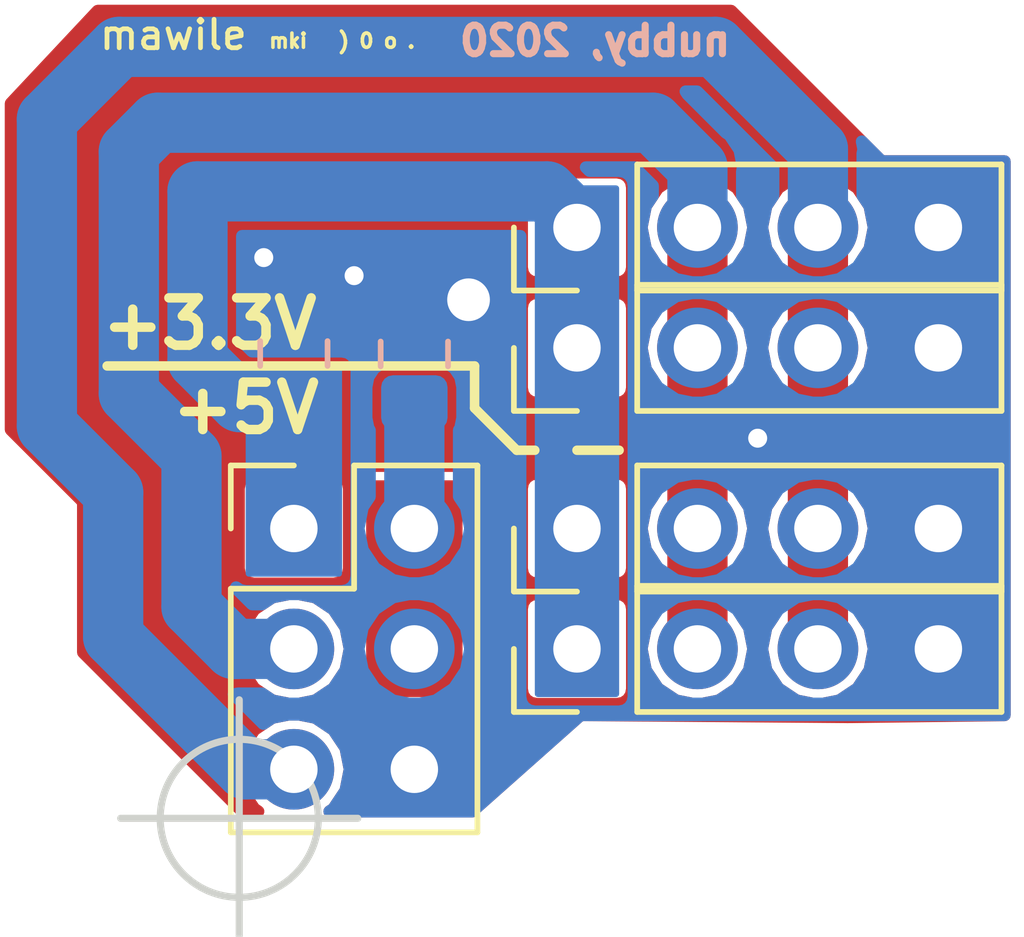
<source format=kicad_pcb>
(kicad_pcb (version 20171130) (host pcbnew 5.0.2+dfsg1-1)

  (general
    (thickness 1.6)
    (drawings 23)
    (tracks 34)
    (zones 0)
    (modules 7)
    (nets 6)
  )

  (page A4)
  (layers
    (0 F.Cu signal)
    (31 B.Cu signal)
    (32 B.Adhes user)
    (33 F.Adhes user)
    (34 B.Paste user)
    (35 F.Paste user)
    (36 B.SilkS user)
    (37 F.SilkS user)
    (38 B.Mask user)
    (39 F.Mask user)
    (40 Dwgs.User user)
    (41 Cmts.User user)
    (42 Eco1.User user)
    (43 Eco2.User user)
    (44 Edge.Cuts user)
    (45 Margin user)
    (46 B.CrtYd user)
    (47 F.CrtYd user)
    (48 B.Fab user)
    (49 F.Fab user)
  )

  (setup
    (last_trace_width 2.54)
    (user_trace_width 1.27)
    (user_trace_width 2.54)
    (user_trace_width 5.08)
    (user_trace_width 12.7)
    (trace_clearance 0.1778)
    (zone_clearance 0.127)
    (zone_45_only no)
    (trace_min 0.127)
    (segment_width 0.2)
    (edge_width 0.15)
    (via_size 0.6)
    (via_drill 0.4)
    (via_min_size 0.381)
    (via_min_drill 0.254)
    (uvia_size 0.3)
    (uvia_drill 0.1)
    (uvias_allowed no)
    (uvia_min_size 0.2)
    (uvia_min_drill 0.1)
    (pcb_text_width 0.3)
    (pcb_text_size 1.5 1.5)
    (mod_edge_width 0.15)
    (mod_text_size 1 1)
    (mod_text_width 0.15)
    (pad_size 1.7 1.7)
    (pad_drill 1)
    (pad_to_mask_clearance 0.2)
    (solder_mask_min_width 0.25)
    (aux_axis_origin 80.01 160.909)
    (grid_origin 80.01 160.909)
    (visible_elements 7FFFFF7F)
    (pcbplotparams
      (layerselection 0x02030_ffffffff)
      (usegerberextensions false)
      (usegerberattributes false)
      (usegerberadvancedattributes false)
      (creategerberjobfile false)
      (excludeedgelayer true)
      (linewidth 0.100000)
      (plotframeref false)
      (viasonmask false)
      (mode 1)
      (useauxorigin true)
      (hpglpennumber 1)
      (hpglpenspeed 20)
      (hpglpendiameter 15.000000)
      (psnegative false)
      (psa4output false)
      (plotreference true)
      (plotvalue true)
      (plotinvisibletext false)
      (padsonsilk false)
      (subtractmaskfromsilk false)
      (outputformat 1)
      (mirror false)
      (drillshape 0)
      (scaleselection 1)
      (outputdirectory ""))
  )

  (net 0 "")
  (net 1 +3V3)
  (net 2 +5V)
  (net 3 /SDA_Pi)
  (net 4 /SCL_Pi)
  (net 5 GNDD)

  (net_class Default "This is the default net class."
    (clearance 0.1778)
    (trace_width 0.254)
    (via_dia 0.6)
    (via_drill 0.4)
    (uvia_dia 0.3)
    (uvia_drill 0.1)
    (add_net +3V3)
    (add_net +5V)
    (add_net /SCL_Pi)
    (add_net /SDA_Pi)
    (add_net GNDD)
  )

  (module Connector_PinHeader_2.54mm:PinHeader_1x04_P2.54mm_Vertical (layer F.Cu) (tedit 5F126098) (tstamp 5F1253FD)
    (at 87.122 157.353 90)
    (descr "Through hole straight pin header, 1x04, 2.54mm pitch, single row")
    (tags "Through hole pin header THT 1x04 2.54mm single row")
    (path /5F008D6B)
    (fp_text reference J5 (at 7.62 -3.175 90) (layer F.SilkS) hide
      (effects (font (size 1 1) (thickness 0.15)))
    )
    (fp_text value I2C_O3 (at 0 9.95 90) (layer F.Fab) hide
      (effects (font (size 1 1) (thickness 0.15)))
    )
    (fp_text user %R (at 0 3.81 180) (layer F.Fab)
      (effects (font (size 1 1) (thickness 0.15)))
    )
    (fp_line (start 1.8 -1.8) (end -1.8 -1.8) (layer F.CrtYd) (width 0.05))
    (fp_line (start 1.8 9.4) (end 1.8 -1.8) (layer F.CrtYd) (width 0.05))
    (fp_line (start -1.8 9.4) (end 1.8 9.4) (layer F.CrtYd) (width 0.05))
    (fp_line (start -1.8 -1.8) (end -1.8 9.4) (layer F.CrtYd) (width 0.05))
    (fp_line (start -1.33 -1.33) (end 0 -1.33) (layer F.SilkS) (width 0.12))
    (fp_line (start -1.33 0) (end -1.33 -1.33) (layer F.SilkS) (width 0.12))
    (fp_line (start -1.33 1.27) (end 1.33 1.27) (layer F.SilkS) (width 0.12))
    (fp_line (start 1.33 1.27) (end 1.33 8.95) (layer F.SilkS) (width 0.12))
    (fp_line (start -1.33 1.27) (end -1.33 8.95) (layer F.SilkS) (width 0.12))
    (fp_line (start -1.33 8.95) (end 1.33 8.95) (layer F.SilkS) (width 0.12))
    (fp_line (start -1.27 -0.635) (end -0.635 -1.27) (layer F.Fab) (width 0.1))
    (fp_line (start -1.27 8.89) (end -1.27 -0.635) (layer F.Fab) (width 0.1))
    (fp_line (start 1.27 8.89) (end -1.27 8.89) (layer F.Fab) (width 0.1))
    (fp_line (start 1.27 -1.27) (end 1.27 8.89) (layer F.Fab) (width 0.1))
    (fp_line (start -0.635 -1.27) (end 1.27 -1.27) (layer F.Fab) (width 0.1))
    (pad 4 thru_hole oval (at 0 7.62 90) (size 1.7 1.7) (drill 1) (layers *.Cu *.Mask)
      (net 5 GNDD) (zone_connect 2))
    (pad 3 thru_hole oval (at 0 5.08 90) (size 1.7 1.7) (drill 1) (layers *.Cu *.Mask)
      (net 4 /SCL_Pi))
    (pad 2 thru_hole oval (at 0 2.54 90) (size 1.7 1.7) (drill 1) (layers *.Cu *.Mask)
      (net 3 /SDA_Pi))
    (pad 1 thru_hole rect (at 0 0 90) (size 1.7 1.7) (drill 1) (layers *.Cu *.Mask)
      (net 1 +3V3) (solder_mask_margin 0.127) (clearance 0.127) (zone_connect 2))
    (model ${KISYS3DMOD}/Connector_PinHeader_2.54mm.3dshapes/PinHeader_1x04_P2.54mm_Vertical.wrl
      (at (xyz 0 0 0))
      (scale (xyz 1 1 1))
      (rotate (xyz 0 0 0))
    )
  )

  (module Connector_PinHeader_2.54mm:PinHeader_1x04_P2.54mm_Vertical (layer F.Cu) (tedit 5F12608D) (tstamp 5F124B9A)
    (at 87.122 154.813 90)
    (descr "Through hole straight pin header, 1x04, 2.54mm pitch, single row")
    (tags "Through hole pin header THT 1x04 2.54mm single row")
    (path /5F008C01)
    (fp_text reference J4 (at 5.08 -3.175 90) (layer F.SilkS) hide
      (effects (font (size 1 1) (thickness 0.15)))
    )
    (fp_text value I2C_O2 (at 0 9.95 90) (layer F.Fab) hide
      (effects (font (size 1 1) (thickness 0.15)))
    )
    (fp_line (start -0.635 -1.27) (end 1.27 -1.27) (layer F.Fab) (width 0.1))
    (fp_line (start 1.27 -1.27) (end 1.27 8.89) (layer F.Fab) (width 0.1))
    (fp_line (start 1.27 8.89) (end -1.27 8.89) (layer F.Fab) (width 0.1))
    (fp_line (start -1.27 8.89) (end -1.27 -0.635) (layer F.Fab) (width 0.1))
    (fp_line (start -1.27 -0.635) (end -0.635 -1.27) (layer F.Fab) (width 0.1))
    (fp_line (start -1.33 8.95) (end 1.33 8.95) (layer F.SilkS) (width 0.12))
    (fp_line (start -1.33 1.27) (end -1.33 8.95) (layer F.SilkS) (width 0.12))
    (fp_line (start 1.33 1.27) (end 1.33 8.95) (layer F.SilkS) (width 0.12))
    (fp_line (start -1.33 1.27) (end 1.33 1.27) (layer F.SilkS) (width 0.12))
    (fp_line (start -1.33 0) (end -1.33 -1.33) (layer F.SilkS) (width 0.12))
    (fp_line (start -1.33 -1.33) (end 0 -1.33) (layer F.SilkS) (width 0.12))
    (fp_line (start -1.8 -1.8) (end -1.8 9.4) (layer F.CrtYd) (width 0.05))
    (fp_line (start -1.8 9.4) (end 1.8 9.4) (layer F.CrtYd) (width 0.05))
    (fp_line (start 1.8 9.4) (end 1.8 -1.8) (layer F.CrtYd) (width 0.05))
    (fp_line (start 1.8 -1.8) (end -1.8 -1.8) (layer F.CrtYd) (width 0.05))
    (fp_text user %R (at 0 3.81 180) (layer F.Fab)
      (effects (font (size 1 1) (thickness 0.15)))
    )
    (pad 1 thru_hole rect (at 0 0 90) (size 1.7 1.7) (drill 1) (layers *.Cu *.Mask)
      (net 1 +3V3) (solder_mask_margin 0.127) (clearance 0.127) (zone_connect 2))
    (pad 2 thru_hole oval (at 0 2.54 90) (size 1.7 1.7) (drill 1) (layers *.Cu *.Mask)
      (net 3 /SDA_Pi))
    (pad 3 thru_hole oval (at 0 5.08 90) (size 1.7 1.7) (drill 1) (layers *.Cu *.Mask)
      (net 4 /SCL_Pi))
    (pad 4 thru_hole oval (at 0 7.62 90) (size 1.7 1.7) (drill 1) (layers *.Cu *.Mask)
      (net 5 GNDD) (zone_connect 2))
    (model ${KISYS3DMOD}/Connector_PinHeader_2.54mm.3dshapes/PinHeader_1x04_P2.54mm_Vertical.wrl
      (at (xyz 0 0 0))
      (scale (xyz 1 1 1))
      (rotate (xyz 0 0 0))
    )
  )

  (module Connector_PinHeader_2.54mm:PinHeader_1x04_P2.54mm_Vertical (layer F.Cu) (tedit 5F1242A6) (tstamp 5F124AFE)
    (at 87.122 148.463 90)
    (descr "Through hole straight pin header, 1x04, 2.54mm pitch, single row")
    (tags "Through hole pin header THT 1x04 2.54mm single row")
    (path /5F008AF4)
    (fp_text reference J3 (at 2.54 -3.175 90) (layer F.SilkS) hide
      (effects (font (size 1 1) (thickness 0.15)))
    )
    (fp_text value I2C_O1 (at 0 9.95 90) (layer F.Fab) hide
      (effects (font (size 1 1) (thickness 0.15)))
    )
    (fp_text user %R (at 0 3.81 180) (layer F.Fab)
      (effects (font (size 1 1) (thickness 0.15)))
    )
    (fp_line (start 1.8 -1.8) (end -1.8 -1.8) (layer F.CrtYd) (width 0.05))
    (fp_line (start 1.8 9.4) (end 1.8 -1.8) (layer F.CrtYd) (width 0.05))
    (fp_line (start -1.8 9.4) (end 1.8 9.4) (layer F.CrtYd) (width 0.05))
    (fp_line (start -1.8 -1.8) (end -1.8 9.4) (layer F.CrtYd) (width 0.05))
    (fp_line (start -1.33 -1.33) (end 0 -1.33) (layer F.SilkS) (width 0.12))
    (fp_line (start -1.33 0) (end -1.33 -1.33) (layer F.SilkS) (width 0.12))
    (fp_line (start -1.33 1.27) (end 1.33 1.27) (layer F.SilkS) (width 0.12))
    (fp_line (start 1.33 1.27) (end 1.33 8.95) (layer F.SilkS) (width 0.12))
    (fp_line (start -1.33 1.27) (end -1.33 8.95) (layer F.SilkS) (width 0.12))
    (fp_line (start -1.33 8.95) (end 1.33 8.95) (layer F.SilkS) (width 0.12))
    (fp_line (start -1.27 -0.635) (end -0.635 -1.27) (layer F.Fab) (width 0.1))
    (fp_line (start -1.27 8.89) (end -1.27 -0.635) (layer F.Fab) (width 0.1))
    (fp_line (start 1.27 8.89) (end -1.27 8.89) (layer F.Fab) (width 0.1))
    (fp_line (start 1.27 -1.27) (end 1.27 8.89) (layer F.Fab) (width 0.1))
    (fp_line (start -0.635 -1.27) (end 1.27 -1.27) (layer F.Fab) (width 0.1))
    (pad 4 thru_hole oval (at 0 7.62 90) (size 1.7 1.7) (drill 1) (layers *.Cu *.Mask)
      (net 5 GNDD) (zone_connect 2))
    (pad 3 thru_hole oval (at 0 5.08 90) (size 1.7 1.7) (drill 1) (layers *.Cu *.Mask)
      (net 4 /SCL_Pi))
    (pad 2 thru_hole oval (at 0 2.54 90) (size 1.7 1.7) (drill 1) (layers *.Cu *.Mask)
      (net 3 /SDA_Pi))
    (pad 1 thru_hole rect (at 0 0 90) (size 1.7 1.7) (drill 1) (layers *.Cu *.Mask)
      (net 1 +3V3))
    (model ${KISYS3DMOD}/Connector_PinHeader_2.54mm.3dshapes/PinHeader_1x04_P2.54mm_Vertical.wrl
      (at (xyz 0 0 0))
      (scale (xyz 1 1 1))
      (rotate (xyz 0 0 0))
    )
  )

  (module Connector_PinHeader_2.54mm:PinHeader_1x04_P2.54mm_Vertical (layer F.Cu) (tedit 5F1242A0) (tstamp 5F124AB9)
    (at 87.122 151.003 90)
    (descr "Through hole straight pin header, 1x04, 2.54mm pitch, single row")
    (tags "Through hole pin header THT 1x04 2.54mm single row")
    (path /5F008520)
    (fp_text reference J2 (at 0 -3.175 90) (layer F.SilkS) hide
      (effects (font (size 1 1) (thickness 0.15)))
    )
    (fp_text value I2C_O0 (at 0 9.95 90) (layer F.Fab) hide
      (effects (font (size 1 1) (thickness 0.15)))
    )
    (fp_line (start -0.635 -1.27) (end 1.27 -1.27) (layer F.Fab) (width 0.1))
    (fp_line (start 1.27 -1.27) (end 1.27 8.89) (layer F.Fab) (width 0.1))
    (fp_line (start 1.27 8.89) (end -1.27 8.89) (layer F.Fab) (width 0.1))
    (fp_line (start -1.27 8.89) (end -1.27 -0.635) (layer F.Fab) (width 0.1))
    (fp_line (start -1.27 -0.635) (end -0.635 -1.27) (layer F.Fab) (width 0.1))
    (fp_line (start -1.33 8.95) (end 1.33 8.95) (layer F.SilkS) (width 0.12))
    (fp_line (start -1.33 1.27) (end -1.33 8.95) (layer F.SilkS) (width 0.12))
    (fp_line (start 1.33 1.27) (end 1.33 8.95) (layer F.SilkS) (width 0.12))
    (fp_line (start -1.33 1.27) (end 1.33 1.27) (layer F.SilkS) (width 0.12))
    (fp_line (start -1.33 0) (end -1.33 -1.33) (layer F.SilkS) (width 0.12))
    (fp_line (start -1.33 -1.33) (end 0 -1.33) (layer F.SilkS) (width 0.12))
    (fp_line (start -1.8 -1.8) (end -1.8 9.4) (layer F.CrtYd) (width 0.05))
    (fp_line (start -1.8 9.4) (end 1.8 9.4) (layer F.CrtYd) (width 0.05))
    (fp_line (start 1.8 9.4) (end 1.8 -1.8) (layer F.CrtYd) (width 0.05))
    (fp_line (start 1.8 -1.8) (end -1.8 -1.8) (layer F.CrtYd) (width 0.05))
    (fp_text user %R (at 0 3.81 180) (layer F.Fab)
      (effects (font (size 1 1) (thickness 0.15)))
    )
    (pad 1 thru_hole rect (at 0 0 90) (size 1.7 1.7) (drill 1) (layers *.Cu *.Mask)
      (net 1 +3V3))
    (pad 2 thru_hole oval (at 0 2.54 90) (size 1.7 1.7) (drill 1) (layers *.Cu *.Mask)
      (net 3 /SDA_Pi))
    (pad 3 thru_hole oval (at 0 5.08 90) (size 1.7 1.7) (drill 1) (layers *.Cu *.Mask)
      (net 4 /SCL_Pi))
    (pad 4 thru_hole oval (at 0 7.62 90) (size 1.7 1.7) (drill 1) (layers *.Cu *.Mask)
      (net 5 GNDD) (zone_connect 2))
    (model ${KISYS3DMOD}/Connector_PinHeader_2.54mm.3dshapes/PinHeader_1x04_P2.54mm_Vertical.wrl
      (at (xyz 0 0 0))
      (scale (xyz 1 1 1))
      (rotate (xyz 0 0 0))
    )
  )

  (module Connector_PinHeader_2.54mm:PinHeader_2x03_P2.54mm_Vertical (layer F.Cu) (tedit 5F125F57) (tstamp 5F124A6C)
    (at 81.153 154.813)
    (descr "Through hole straight pin header, 2x03, 2.54mm pitch, double rows")
    (tags "Through hole pin header THT 2x03 2.54mm double row")
    (path /5EFD611F)
    (solder_mask_margin 0.127)
    (solder_paste_margin -0.127)
    (clearance 0.127)
    (fp_text reference J1 (at -2.54 -3.175) (layer F.SilkS) hide
      (effects (font (size 1 1) (thickness 0.15)))
    )
    (fp_text value Pi/O_I2C (at 1.27 7.41) (layer F.Fab) hide
      (effects (font (size 1 1) (thickness 0.15)))
    )
    (fp_line (start 0 -1.27) (end 3.81 -1.27) (layer F.Fab) (width 0.1))
    (fp_line (start 3.81 -1.27) (end 3.81 6.35) (layer F.Fab) (width 0.1))
    (fp_line (start 3.81 6.35) (end -1.27 6.35) (layer F.Fab) (width 0.1))
    (fp_line (start -1.27 6.35) (end -1.27 0) (layer F.Fab) (width 0.1))
    (fp_line (start -1.27 0) (end 0 -1.27) (layer F.Fab) (width 0.1))
    (fp_line (start -1.33 6.41) (end 3.87 6.41) (layer F.SilkS) (width 0.12))
    (fp_line (start -1.33 1.27) (end -1.33 6.41) (layer F.SilkS) (width 0.12))
    (fp_line (start 3.87 -1.33) (end 3.87 6.41) (layer F.SilkS) (width 0.12))
    (fp_line (start -1.33 1.27) (end 1.27 1.27) (layer F.SilkS) (width 0.12))
    (fp_line (start 1.27 1.27) (end 1.27 -1.33) (layer F.SilkS) (width 0.12))
    (fp_line (start 1.27 -1.33) (end 3.87 -1.33) (layer F.SilkS) (width 0.12))
    (fp_line (start -1.33 0) (end -1.33 -1.33) (layer F.SilkS) (width 0.12))
    (fp_line (start -1.33 -1.33) (end 0 -1.33) (layer F.SilkS) (width 0.12))
    (fp_line (start -1.8 -1.8) (end -1.8 6.85) (layer F.CrtYd) (width 0.05))
    (fp_line (start -1.8 6.85) (end 4.35 6.85) (layer F.CrtYd) (width 0.05))
    (fp_line (start 4.35 6.85) (end 4.35 -1.8) (layer F.CrtYd) (width 0.05))
    (fp_line (start 4.35 -1.8) (end -1.8 -1.8) (layer F.CrtYd) (width 0.05))
    (fp_text user %R (at 1.27 2.54 90) (layer F.Fab)
      (effects (font (size 1 1) (thickness 0.15)))
    )
    (pad 1 thru_hole rect (at 0 0) (size 1.7 1.7) (drill 1) (layers *.Cu *.Mask)
      (net 1 +3V3) (zone_connect 2))
    (pad 2 thru_hole oval (at 2.54 0) (size 1.7 1.7) (drill 1) (layers *.Cu *.Mask)
      (net 2 +5V) (zone_connect 2))
    (pad 3 thru_hole oval (at 0 2.54) (size 1.7 1.7) (drill 1) (layers *.Cu *.Mask)
      (net 3 /SDA_Pi))
    (pad 4 thru_hole oval (at 2.54 2.54) (size 1.7 1.7) (drill 1) (layers *.Cu *.Mask)
      (net 2 +5V) (zone_connect 2))
    (pad 5 thru_hole oval (at 0 5.08) (size 1.7 1.7) (drill 1) (layers *.Cu *.Mask)
      (net 4 /SCL_Pi))
    (pad 6 thru_hole oval (at 2.54 5.08) (size 1.7 1.7) (drill 1) (layers *.Cu *.Mask)
      (net 5 GNDD) (zone_connect 2))
    (model ${KISYS3DMOD}/Connector_PinHeader_2.54mm.3dshapes/PinHeader_2x03_P2.54mm_Vertical.wrl
      (at (xyz 0 0 0))
      (scale (xyz 1 1 1))
      (rotate (xyz 0 0 0))
    )
  )

  (module Capacitor_SMD:C_0805_2012Metric_Pad1.15x1.40mm_HandSolder (layer B.Cu) (tedit 5F125F0F) (tstamp 5F12575C)
    (at 83.693 151.13 90)
    (descr "Capacitor SMD 0805 (2012 Metric), square (rectangular) end terminal, IPC_7351 nominal with elongated pad for handsoldering. (Body size source: https://docs.google.com/spreadsheets/d/1BsfQQcO9C6DZCsRaXUlFlo91Tg2WpOkGARC1WS5S8t0/edit?usp=sharing), generated with kicad-footprint-generator")
    (tags "capacitor handsolder")
    (path /5EFD0E3E)
    (attr smd)
    (fp_text reference C2 (at 0 1.65 90) (layer B.SilkS) hide
      (effects (font (size 1 1) (thickness 0.15)) (justify mirror))
    )
    (fp_text value 4.7uF (at 0 -1.65 90) (layer B.Fab) hide
      (effects (font (size 1 1) (thickness 0.15)) (justify mirror))
    )
    (fp_line (start -1 -0.6) (end -1 0.6) (layer B.Fab) (width 0.1))
    (fp_line (start -1 0.6) (end 1 0.6) (layer B.Fab) (width 0.1))
    (fp_line (start 1 0.6) (end 1 -0.6) (layer B.Fab) (width 0.1))
    (fp_line (start 1 -0.6) (end -1 -0.6) (layer B.Fab) (width 0.1))
    (fp_line (start -0.261252 0.71) (end 0.261252 0.71) (layer B.SilkS) (width 0.12))
    (fp_line (start -0.261252 -0.71) (end 0.261252 -0.71) (layer B.SilkS) (width 0.12))
    (fp_line (start -1.85 -0.95) (end -1.85 0.95) (layer B.CrtYd) (width 0.05))
    (fp_line (start -1.85 0.95) (end 1.85 0.95) (layer B.CrtYd) (width 0.05))
    (fp_line (start 1.85 0.95) (end 1.85 -0.95) (layer B.CrtYd) (width 0.05))
    (fp_line (start 1.85 -0.95) (end -1.85 -0.95) (layer B.CrtYd) (width 0.05))
    (fp_text user %R (at 0 0 90) (layer B.Fab)
      (effects (font (size 0.5 0.5) (thickness 0.08)) (justify mirror))
    )
    (pad 1 smd roundrect (at -1.025 0 90) (size 1.15 1.4) (layers B.Cu B.Paste B.Mask) (roundrect_rratio 0.217)
      (net 2 +5V) (zone_connect 2))
    (pad 2 smd roundrect (at 1.025 0 90) (size 1.15 1.4) (layers B.Cu B.Paste B.Mask) (roundrect_rratio 0.217)
      (net 5 GNDD) (zone_connect 2))
    (model ${KISYS3DMOD}/Capacitor_SMD.3dshapes/C_0805_2012Metric.wrl
      (at (xyz 0 0 0))
      (scale (xyz 1 1 1))
      (rotate (xyz 0 0 0))
    )
  )

  (module Capacitor_SMD:C_0805_2012Metric_Pad1.15x1.40mm_HandSolder (layer B.Cu) (tedit 5F125F1A) (tstamp 5F124A01)
    (at 81.153 151.121 90)
    (descr "Capacitor SMD 0805 (2012 Metric), square (rectangular) end terminal, IPC_7351 nominal with elongated pad for handsoldering. (Body size source: https://docs.google.com/spreadsheets/d/1BsfQQcO9C6DZCsRaXUlFlo91Tg2WpOkGARC1WS5S8t0/edit?usp=sharing), generated with kicad-footprint-generator")
    (tags "capacitor handsolder")
    (path /5EFD1306)
    (attr smd)
    (fp_text reference C1 (at -3.175 0 90) (layer B.SilkS) hide
      (effects (font (size 1 1) (thickness 0.15)) (justify mirror))
    )
    (fp_text value 4.7uF (at 0 -1.65 90) (layer B.Fab) hide
      (effects (font (size 1 1) (thickness 0.15)) (justify mirror))
    )
    (fp_text user %R (at 0 0 90) (layer B.Fab)
      (effects (font (size 0.5 0.5) (thickness 0.08)) (justify mirror))
    )
    (fp_line (start 1.85 -0.95) (end -1.85 -0.95) (layer B.CrtYd) (width 0.05))
    (fp_line (start 1.85 0.95) (end 1.85 -0.95) (layer B.CrtYd) (width 0.05))
    (fp_line (start -1.85 0.95) (end 1.85 0.95) (layer B.CrtYd) (width 0.05))
    (fp_line (start -1.85 -0.95) (end -1.85 0.95) (layer B.CrtYd) (width 0.05))
    (fp_line (start -0.261252 -0.71) (end 0.261252 -0.71) (layer B.SilkS) (width 0.12))
    (fp_line (start -0.261252 0.71) (end 0.261252 0.71) (layer B.SilkS) (width 0.12))
    (fp_line (start 1 -0.6) (end -1 -0.6) (layer B.Fab) (width 0.1))
    (fp_line (start 1 0.6) (end 1 -0.6) (layer B.Fab) (width 0.1))
    (fp_line (start -1 0.6) (end 1 0.6) (layer B.Fab) (width 0.1))
    (fp_line (start -1 -0.6) (end -1 0.6) (layer B.Fab) (width 0.1))
    (pad 2 smd roundrect (at 1.025 0 90) (size 1.15 1.4) (layers B.Cu B.Paste B.Mask) (roundrect_rratio 0.217)
      (net 5 GNDD) (zone_connect 2))
    (pad 1 smd roundrect (at -1.025 0 90) (size 1.15 1.4) (layers B.Cu B.Paste B.Mask) (roundrect_rratio 0.217)
      (net 1 +3V3) (zone_connect 2))
    (model ${KISYS3DMOD}/Capacitor_SMD.3dshapes/C_0805_2012Metric.wrl
      (at (xyz 0 0 0))
      (scale (xyz 1 1 1))
      (rotate (xyz 0 0 0))
    )
  )

  (gr_line (start 84.963 151.384) (end 77.216 151.384) (layer F.SilkS) (width 0.2) (tstamp 5F124B78))
  (gr_line (start 90.424 143.764) (end 93.599 146.939) (layer Margin) (width 0.2))
  (gr_line (start 76.581 154.305) (end 76.581 157.48) (layer Margin) (width 0.2))
  (gr_line (start 75.057 145.796) (end 76.962 143.764) (layer Margin) (width 0.2))
  (gr_line (start 90.424 143.764) (end 76.962 143.764) (layer Margin) (width 0.2))
  (gr_line (start 75.057 152.781) (end 76.581 154.305) (layer Margin) (width 0.2))
  (gr_line (start 96.266 158.877) (end 96.266 146.939) (layer Margin) (width 0.2))
  (gr_line (start 87.122 153.162) (end 88.011 153.162) (layer F.SilkS) (width 0.2))
  (gr_line (start 85.852 153.162) (end 86.233 153.162) (layer F.SilkS) (width 0.2))
  (gr_line (start 84.963 152.273) (end 85.852 153.162) (layer F.SilkS) (width 0.2))
  (gr_line (start 84.963 160.909) (end 80.01 160.909) (layer Margin) (width 0.2))
  (gr_line (start 80.01 160.909) (end 76.581 157.48) (layer Margin) (width 0.2))
  (gr_line (start 75.057 152.781) (end 75.057 145.796) (layer Margin) (width 0.2))
  (gr_line (start 93.599 146.939) (end 96.266 146.939) (layer Margin) (width 0.2))
  (gr_line (start 87.249 158.877) (end 84.963 160.909) (layer Margin) (width 0.2))
  (gr_line (start 96.266 158.877) (end 87.249 158.877) (layer Margin) (width 0.2))
  (target plus (at 80.001485 160.92657) (size 5) (width 0.15) (layer Edge.Cuts) (tstamp 5F124B66))
  (gr_text "mki   ) 0 o ." (at 82.169 144.526) (layer F.SilkS) (tstamp 5F1249E9)
    (effects (font (size 0.3 0.3) (thickness 0.075)))
  )
  (gr_text mawile (at 78.613 144.399) (layer F.SilkS) (tstamp 5F124B7B)
    (effects (font (size 0.6 0.6) (thickness 0.1)))
  )
  (gr_line (start 84.963 152.273) (end 84.963 151.384) (layer F.SilkS) (width 0.2) (tstamp 5F124B51))
  (gr_text +3.3V (at 79.375 150.495) (layer F.SilkS) (tstamp 5F1277A7)
    (effects (font (size 1 1) (thickness 0.2)))
  )
  (gr_text +5V (at 80.137 152.273) (layer F.SilkS) (tstamp 5F124B72)
    (effects (font (size 1 1) (thickness 0.2)))
  )
  (gr_text "nubby, 2020" (at 87.503 144.526) (layer B.SilkS) (tstamp 5F124B75)
    (effects (font (size 0.6 0.6) (thickness 0.15)) (justify mirror))
  )

  (segment (start 81.153 152.146) (end 80.645 152.146) (width 1.27) (layer B.Cu) (net 1))
  (segment (start 80.645 152.146) (end 80.01 152.146) (width 1.27) (layer B.Cu) (net 1))
  (segment (start 80.01 152.146) (end 79.121 151.257) (width 1.27) (layer B.Cu) (net 1))
  (segment (start 79.121 151.257) (end 79.121 149.8183) (width 1.27) (layer B.Cu) (net 1))
  (segment (start 79.121 149.8183) (end 79.121 148.463) (width 1.27) (layer B.Cu) (net 1))
  (segment (start 79.121 148.463) (end 79.121 147.701) (width 1.27) (layer B.Cu) (net 1))
  (segment (start 79.121 147.701) (end 86.487 147.701) (width 1.27) (layer B.Cu) (net 1))
  (segment (start 86.487 147.701) (end 87.122 148.336) (width 1.27) (layer B.Cu) (net 1))
  (segment (start 83.693 154.813) (end 83.693 152.273) (width 1.27) (layer B.Cu) (net 2))
  (segment (start 89.662 157.353) (end 89.662 148.463) (width 1.27) (layer F.Cu) (net 3))
  (segment (start 79.950919 157.353) (end 81.153 157.353) (width 1.27) (layer B.Cu) (net 3))
  (segment (start 79.883 157.353) (end 79.950919 157.353) (width 1.27) (layer B.Cu) (net 3))
  (segment (start 78.994 156.464) (end 79.883 157.353) (width 1.27) (layer B.Cu) (net 3))
  (segment (start 78.994 153.289) (end 78.994 156.464) (width 1.27) (layer B.Cu) (net 3))
  (segment (start 89.662 147.193) (end 88.72219 146.25319) (width 1.27) (layer B.Cu) (net 3))
  (segment (start 89.662 148.463) (end 89.662 147.193) (width 1.27) (layer B.Cu) (net 3))
  (segment (start 88.72219 146.25319) (end 78.28281 146.25319) (width 1.27) (layer B.Cu) (net 3))
  (segment (start 78.28281 146.25319) (end 77.67319 146.86281) (width 1.27) (layer B.Cu) (net 3))
  (segment (start 77.673191 151.968191) (end 78.994 153.289) (width 1.27) (layer B.Cu) (net 3))
  (segment (start 77.67319 146.86281) (end 77.673191 151.968191) (width 1.27) (layer B.Cu) (net 3))
  (segment (start 92.202 148.463) (end 92.202 157.353) (width 1.27) (layer F.Cu) (net 4))
  (segment (start 92.202 146.812) (end 92.202 148.463) (width 1.27) (layer B.Cu) (net 4))
  (segment (start 90.043 144.653) (end 92.202 146.812) (width 1.27) (layer B.Cu) (net 4))
  (segment (start 77.47 144.653) (end 90.043 144.653) (width 1.27) (layer B.Cu) (net 4))
  (segment (start 80.137 159.893) (end 77.343 157.099) (width 1.27) (layer B.Cu) (net 4))
  (segment (start 75.946 152.654) (end 75.946 146.177) (width 1.27) (layer B.Cu) (net 4))
  (segment (start 81.153 159.893) (end 80.137 159.893) (width 1.27) (layer B.Cu) (net 4))
  (segment (start 77.343 157.099) (end 77.343 154.051) (width 1.27) (layer B.Cu) (net 4))
  (segment (start 75.946 146.177) (end 77.47 144.653) (width 1.27) (layer B.Cu) (net 4))
  (segment (start 77.343 154.051) (end 75.946 152.654) (width 1.27) (layer B.Cu) (net 4))
  (via (at 82.423 149.479) (size 0.9) (drill 0.4) (layers F.Cu B.Cu) (net 5) (tstamp 5F124B3C))
  (via (at 80.518 149.098) (size 0.6) (drill 0.4) (layers F.Cu B.Cu) (net 5) (tstamp 5F124B39))
  (via (at 84.836 149.987) (size 1.6) (drill 0.9) (layers F.Cu B.Cu) (net 5) (tstamp 5F127803))
  (via (at 90.932 152.908) (size 0.6) (drill 0.4) (layers F.Cu B.Cu) (net 5) (tstamp 5F124B54))

  (zone (net 5) (net_name GNDD) (layer B.Cu) (tstamp 5F126F90) (hatch edge 0.508)
    (priority 1)
    (connect_pads (clearance 0.127))
    (min_thickness 0.254)
    (fill yes (arc_segments 16) (thermal_gap 0.508) (thermal_bridge_width 0.508))
    (polygon
      (pts
        (xy 87.249 158.877) (xy 92.837 158.877) (xy 96.266 158.877) (xy 96.266 146.939) (xy 93.599 146.939)
        (xy 90.424 143.764) (xy 76.962 143.764) (xy 75.057 145.796) (xy 75.057 152.781) (xy 76.581 154.305)
        (xy 76.581 157.48) (xy 80.01 160.909) (xy 84.963 160.909)
      )
    )
    (filled_polygon
      (pts
        (xy 91.2622 147.201277) (xy 91.262201 147.790925) (xy 91.114203 148.01242) (xy 91.024577 148.463) (xy 91.114203 148.91358)
        (xy 91.369436 149.295564) (xy 91.75142 149.550797) (xy 92.088267 149.6178) (xy 92.315733 149.6178) (xy 92.65258 149.550797)
        (xy 93.034564 149.295564) (xy 93.289797 148.91358) (xy 93.379423 148.463) (xy 93.289797 148.01242) (xy 93.1418 147.790926)
        (xy 93.1418 146.904553) (xy 93.16021 146.811999) (xy 93.1418 146.719445) (xy 93.1418 146.719441) (xy 93.12739 146.646996)
        (xy 93.509197 147.028803) (xy 93.550399 147.056333) (xy 93.599 147.066) (xy 96.139 147.066) (xy 96.139 158.75)
        (xy 87.249 158.75) (xy 87.200399 158.759667) (xy 87.164626 158.782079) (xy 84.914715 160.782) (xy 81.901101 160.782)
        (xy 81.985564 160.725564) (xy 82.240797 160.34358) (xy 82.330423 159.893) (xy 82.240797 159.44242) (xy 81.985564 159.060436)
        (xy 81.60358 158.805203) (xy 81.266733 158.7382) (xy 81.039267 158.7382) (xy 80.70242 158.805203) (xy 80.508113 158.935035)
        (xy 79.884074 158.310996) (xy 79.975554 158.2928) (xy 80.480926 158.2928) (xy 80.70242 158.440797) (xy 81.039267 158.5078)
        (xy 81.266733 158.5078) (xy 81.60358 158.440797) (xy 81.985564 158.185564) (xy 82.240797 157.80358) (xy 82.330423 157.353)
        (xy 82.515577 157.353) (xy 82.605203 157.80358) (xy 82.860436 158.185564) (xy 83.24242 158.440797) (xy 83.579267 158.5078)
        (xy 83.806733 158.5078) (xy 84.14358 158.440797) (xy 84.525564 158.185564) (xy 84.780797 157.80358) (xy 84.870423 157.353)
        (xy 84.780797 156.90242) (xy 84.525564 156.520436) (xy 84.14358 156.265203) (xy 83.806733 156.1982) (xy 83.579267 156.1982)
        (xy 83.24242 156.265203) (xy 82.860436 156.520436) (xy 82.605203 156.90242) (xy 82.515577 157.353) (xy 82.330423 157.353)
        (xy 82.240797 156.90242) (xy 81.985564 156.520436) (xy 81.60358 156.265203) (xy 81.266733 156.1982) (xy 81.039267 156.1982)
        (xy 80.70242 156.265203) (xy 80.480926 156.4132) (xy 80.272278 156.4132) (xy 79.9338 156.074723) (xy 79.9338 156.052762)
        (xy 80.020358 156.110598) (xy 80.137 156.1338) (xy 82.169 156.1338) (xy 82.285642 156.110598) (xy 82.384526 156.044526)
        (xy 82.450598 155.945642) (xy 82.4738 155.829) (xy 82.4738 154.813) (xy 82.515577 154.813) (xy 82.605203 155.26358)
        (xy 82.860436 155.645564) (xy 83.24242 155.900797) (xy 83.579267 155.9678) (xy 83.806733 155.9678) (xy 84.14358 155.900797)
        (xy 84.525564 155.645564) (xy 84.780797 155.26358) (xy 84.870423 154.813) (xy 84.780797 154.36242) (xy 84.6328 154.140926)
        (xy 84.6328 152.737258) (xy 84.661119 152.694876) (xy 84.703771 152.48045) (xy 84.703771 151.82955) (xy 84.661119 151.615124)
        (xy 84.539657 151.433343) (xy 84.357876 151.311881) (xy 84.14345 151.269229) (xy 83.24255 151.269229) (xy 83.028124 151.311881)
        (xy 82.846343 151.433343) (xy 82.724881 151.615124) (xy 82.682229 151.82955) (xy 82.682229 152.48045) (xy 82.724881 152.694876)
        (xy 82.753201 152.73726) (xy 82.7532 154.140926) (xy 82.605203 154.36242) (xy 82.515577 154.813) (xy 82.4738 154.813)
        (xy 82.4738 151.384) (xy 82.450598 151.267358) (xy 82.384526 151.168474) (xy 82.285642 151.102402) (xy 82.169 151.0792)
        (xy 80.272278 151.0792) (xy 80.0608 150.867723) (xy 80.0608 148.6408) (xy 85.9282 148.6408) (xy 85.9282 158.369)
        (xy 85.951402 158.485642) (xy 86.017474 158.584526) (xy 86.116358 158.650598) (xy 86.233 158.6738) (xy 88.011 158.6738)
        (xy 88.127642 158.650598) (xy 88.226526 158.584526) (xy 88.292598 158.485642) (xy 88.3158 158.369) (xy 88.3158 157.353)
        (xy 88.484577 157.353) (xy 88.574203 157.80358) (xy 88.829436 158.185564) (xy 89.21142 158.440797) (xy 89.548267 158.5078)
        (xy 89.775733 158.5078) (xy 90.11258 158.440797) (xy 90.494564 158.185564) (xy 90.749797 157.80358) (xy 90.839423 157.353)
        (xy 91.024577 157.353) (xy 91.114203 157.80358) (xy 91.369436 158.185564) (xy 91.75142 158.440797) (xy 92.088267 158.5078)
        (xy 92.315733 158.5078) (xy 92.65258 158.440797) (xy 93.034564 158.185564) (xy 93.289797 157.80358) (xy 93.379423 157.353)
        (xy 93.289797 156.90242) (xy 93.034564 156.520436) (xy 92.65258 156.265203) (xy 92.315733 156.1982) (xy 92.088267 156.1982)
        (xy 91.75142 156.265203) (xy 91.369436 156.520436) (xy 91.114203 156.90242) (xy 91.024577 157.353) (xy 90.839423 157.353)
        (xy 90.749797 156.90242) (xy 90.494564 156.520436) (xy 90.11258 156.265203) (xy 89.775733 156.1982) (xy 89.548267 156.1982)
        (xy 89.21142 156.265203) (xy 88.829436 156.520436) (xy 88.574203 156.90242) (xy 88.484577 157.353) (xy 88.3158 157.353)
        (xy 88.3158 154.813) (xy 88.484577 154.813) (xy 88.574203 155.26358) (xy 88.829436 155.645564) (xy 89.21142 155.900797)
        (xy 89.548267 155.9678) (xy 89.775733 155.9678) (xy 90.11258 155.900797) (xy 90.494564 155.645564) (xy 90.749797 155.26358)
        (xy 90.839423 154.813) (xy 91.024577 154.813) (xy 91.114203 155.26358) (xy 91.369436 155.645564) (xy 91.75142 155.900797)
        (xy 92.088267 155.9678) (xy 92.315733 155.9678) (xy 92.65258 155.900797) (xy 93.034564 155.645564) (xy 93.289797 155.26358)
        (xy 93.379423 154.813) (xy 93.289797 154.36242) (xy 93.034564 153.980436) (xy 92.65258 153.725203) (xy 92.315733 153.6582)
        (xy 92.088267 153.6582) (xy 91.75142 153.725203) (xy 91.369436 153.980436) (xy 91.114203 154.36242) (xy 91.024577 154.813)
        (xy 90.839423 154.813) (xy 90.749797 154.36242) (xy 90.494564 153.980436) (xy 90.11258 153.725203) (xy 89.775733 153.6582)
        (xy 89.548267 153.6582) (xy 89.21142 153.725203) (xy 88.829436 153.980436) (xy 88.574203 154.36242) (xy 88.484577 154.813)
        (xy 88.3158 154.813) (xy 88.3158 151.003) (xy 88.484577 151.003) (xy 88.574203 151.45358) (xy 88.829436 151.835564)
        (xy 89.21142 152.090797) (xy 89.548267 152.1578) (xy 89.775733 152.1578) (xy 90.11258 152.090797) (xy 90.494564 151.835564)
        (xy 90.749797 151.45358) (xy 90.839423 151.003) (xy 91.024577 151.003) (xy 91.114203 151.45358) (xy 91.369436 151.835564)
        (xy 91.75142 152.090797) (xy 92.088267 152.1578) (xy 92.315733 152.1578) (xy 92.65258 152.090797) (xy 93.034564 151.835564)
        (xy 93.289797 151.45358) (xy 93.379423 151.003) (xy 93.289797 150.55242) (xy 93.034564 150.170436) (xy 92.65258 149.915203)
        (xy 92.315733 149.8482) (xy 92.088267 149.8482) (xy 91.75142 149.915203) (xy 91.369436 150.170436) (xy 91.114203 150.55242)
        (xy 91.024577 151.003) (xy 90.839423 151.003) (xy 90.749797 150.55242) (xy 90.494564 150.170436) (xy 90.11258 149.915203)
        (xy 89.775733 149.8482) (xy 89.548267 149.8482) (xy 89.21142 149.915203) (xy 88.829436 150.170436) (xy 88.574203 150.55242)
        (xy 88.484577 151.003) (xy 88.3158 151.003) (xy 88.3158 147.574) (xy 88.292598 147.457358) (xy 88.226526 147.358474)
        (xy 88.127642 147.292402) (xy 88.011 147.2692) (xy 87.384277 147.2692) (xy 87.308067 147.19299) (xy 88.332913 147.19299)
        (xy 88.722201 147.582278) (xy 88.722201 147.790926) (xy 88.574203 148.01242) (xy 88.484577 148.463) (xy 88.574203 148.91358)
        (xy 88.829436 149.295564) (xy 89.21142 149.550797) (xy 89.548267 149.6178) (xy 89.775733 149.6178) (xy 90.11258 149.550797)
        (xy 90.494564 149.295564) (xy 90.749797 148.91358) (xy 90.839423 148.463) (xy 90.749797 148.01242) (xy 90.6018 147.790926)
        (xy 90.6018 147.285553) (xy 90.62021 147.192999) (xy 90.6018 147.100445) (xy 90.6018 147.100441) (xy 90.547272 146.826309)
        (xy 90.540202 146.815728) (xy 90.391988 146.59391) (xy 90.391986 146.593908) (xy 90.339557 146.515443) (xy 90.261092 146.463014)
        (xy 89.452177 145.6541) (xy 89.411218 145.5928) (xy 89.653723 145.5928)
      )
    )
  )
  (zone (net 1) (net_name +3V3) (layer B.Cu) (tstamp 0) (hatch edge 0.508)
    (priority 2)
    (connect_pads yes (clearance 0.127))
    (min_thickness 0.127)
    (fill yes (mode segment) (arc_segments 16) (thermal_gap 0.508) (thermal_bridge_width 0.508))
    (polygon
      (pts
        (xy 80.137 155.829) (xy 80.137 151.384) (xy 82.169 151.384) (xy 82.169 155.829)
      )
    )
    (filled_polygon
      (pts
        (xy 82.1055 155.7655) (xy 80.2005 155.7655) (xy 80.2005 151.4475) (xy 82.1055 151.4475)
      )
    )
    (fill_segments
      (pts (xy 80.2005 151.4475) (xy 82.1055 151.4475))
      (pts (xy 80.2005 151.56815) (xy 82.1055 151.56815))
      (pts (xy 80.2005 151.6888) (xy 82.1055 151.6888))
      (pts (xy 80.2005 151.80945) (xy 82.1055 151.80945))
      (pts (xy 80.2005 151.9301) (xy 82.1055 151.9301))
      (pts (xy 80.2005 152.05075) (xy 82.1055 152.05075))
      (pts (xy 80.2005 152.1714) (xy 82.1055 152.1714))
      (pts (xy 80.2005 152.29205) (xy 82.1055 152.29205))
      (pts (xy 80.2005 152.4127) (xy 82.1055 152.4127))
      (pts (xy 80.2005 152.53335) (xy 82.1055 152.53335))
      (pts (xy 80.2005 152.654) (xy 82.1055 152.654))
      (pts (xy 80.2005 152.77465) (xy 82.1055 152.77465))
      (pts (xy 80.2005 152.8953) (xy 82.1055 152.8953))
      (pts (xy 80.2005 153.01595) (xy 82.1055 153.01595))
      (pts (xy 80.2005 153.1366) (xy 82.1055 153.1366))
      (pts (xy 80.2005 153.25725) (xy 82.1055 153.25725))
      (pts (xy 80.2005 153.3779) (xy 82.1055 153.3779))
      (pts (xy 80.2005 153.49855) (xy 82.1055 153.49855))
      (pts (xy 80.2005 153.6192) (xy 82.1055 153.6192))
      (pts (xy 80.2005 153.73985) (xy 82.1055 153.73985))
      (pts (xy 80.2005 153.8605) (xy 82.1055 153.8605))
      (pts (xy 80.2005 153.98115) (xy 82.1055 153.98115))
      (pts (xy 80.2005 154.1018) (xy 82.1055 154.1018))
      (pts (xy 80.2005 154.22245) (xy 82.1055 154.22245))
      (pts (xy 80.2005 154.3431) (xy 82.1055 154.3431))
      (pts (xy 80.2005 154.46375) (xy 82.1055 154.46375))
      (pts (xy 80.2005 154.5844) (xy 82.1055 154.5844))
      (pts (xy 80.2005 154.70505) (xy 82.1055 154.70505))
      (pts (xy 80.2005 154.8257) (xy 82.1055 154.8257))
      (pts (xy 80.2005 154.94635) (xy 82.1055 154.94635))
      (pts (xy 80.2005 155.067) (xy 82.1055 155.067))
      (pts (xy 80.2005 155.18765) (xy 82.1055 155.18765))
      (pts (xy 80.2005 155.3083) (xy 82.1055 155.3083))
      (pts (xy 80.2005 155.42895) (xy 82.1055 155.42895))
      (pts (xy 80.2005 155.5496) (xy 82.1055 155.5496))
      (pts (xy 80.2005 155.67025) (xy 82.1055 155.67025))
      (pts (xy 82.1055 151.4475) (xy 82.1055 155.7655))
      (pts (xy 81.98485 151.4475) (xy 81.98485 155.7655))
      (pts (xy 81.8642 151.4475) (xy 81.8642 155.7655))
      (pts (xy 81.74355 151.4475) (xy 81.74355 155.7655))
      (pts (xy 81.6229 151.4475) (xy 81.6229 155.7655))
      (pts (xy 81.50225 151.4475) (xy 81.50225 155.7655))
      (pts (xy 81.3816 151.4475) (xy 81.3816 155.7655))
      (pts (xy 81.26095 151.4475) (xy 81.26095 155.7655))
      (pts (xy 81.1403 151.4475) (xy 81.1403 155.7655))
      (pts (xy 81.01965 151.4475) (xy 81.01965 155.7655))
      (pts (xy 80.899 151.4475) (xy 80.899 155.7655))
      (pts (xy 80.77835 151.4475) (xy 80.77835 155.7655))
      (pts (xy 80.6577 151.4475) (xy 80.6577 155.7655))
      (pts (xy 80.53705 151.4475) (xy 80.53705 155.7655))
      (pts (xy 80.4164 151.4475) (xy 80.4164 155.7655))
      (pts (xy 80.29575 151.4475) (xy 80.29575 155.7655))
    )
  )
  (zone (net 1) (net_name +3V3) (layer B.Cu) (tstamp 0) (hatch edge 0.508)
    (priority 2)
    (connect_pads yes (clearance 0.127))
    (min_thickness 0.127)
    (fill yes (mode segment) (arc_segments 16) (thermal_gap 0.508) (thermal_bridge_width 0.508))
    (polygon
      (pts
        (xy 86.233 147.574) (xy 88.011 147.574) (xy 88.011 158.369) (xy 86.233 158.369)
      )
    )
    (filled_polygon
      (pts
        (xy 87.9475 158.3055) (xy 86.2965 158.3055) (xy 86.2965 147.6375) (xy 87.9475 147.6375)
      )
    )
    (fill_segments
      (pts (xy 86.2965 147.6375) (xy 87.9475 147.6375))
      (pts (xy 86.2965 147.75815) (xy 87.9475 147.75815))
      (pts (xy 86.2965 147.8788) (xy 87.9475 147.8788))
      (pts (xy 86.2965 147.99945) (xy 87.9475 147.99945))
      (pts (xy 86.2965 148.1201) (xy 87.9475 148.1201))
      (pts (xy 86.2965 148.24075) (xy 87.9475 148.24075))
      (pts (xy 86.2965 148.3614) (xy 87.9475 148.3614))
      (pts (xy 86.2965 148.48205) (xy 87.9475 148.48205))
      (pts (xy 86.2965 148.6027) (xy 87.9475 148.6027))
      (pts (xy 86.2965 148.72335) (xy 87.9475 148.72335))
      (pts (xy 86.2965 148.844) (xy 87.9475 148.844))
      (pts (xy 86.2965 148.96465) (xy 87.9475 148.96465))
      (pts (xy 86.2965 149.0853) (xy 87.9475 149.0853))
      (pts (xy 86.2965 149.20595) (xy 87.9475 149.20595))
      (pts (xy 86.2965 149.3266) (xy 87.9475 149.3266))
      (pts (xy 86.2965 149.44725) (xy 87.9475 149.44725))
      (pts (xy 86.2965 149.5679) (xy 87.9475 149.5679))
      (pts (xy 86.2965 149.68855) (xy 87.9475 149.68855))
      (pts (xy 86.2965 149.8092) (xy 87.9475 149.8092))
      (pts (xy 86.2965 149.92985) (xy 87.9475 149.92985))
      (pts (xy 86.2965 150.0505) (xy 87.9475 150.0505))
      (pts (xy 86.2965 150.17115) (xy 87.9475 150.17115))
      (pts (xy 86.2965 150.2918) (xy 87.9475 150.2918))
      (pts (xy 86.2965 150.41245) (xy 87.9475 150.41245))
      (pts (xy 86.2965 150.5331) (xy 87.9475 150.5331))
      (pts (xy 86.2965 150.65375) (xy 87.9475 150.65375))
      (pts (xy 86.2965 150.7744) (xy 87.9475 150.7744))
      (pts (xy 86.2965 150.89505) (xy 87.9475 150.89505))
      (pts (xy 86.2965 151.0157) (xy 87.9475 151.0157))
      (pts (xy 86.2965 151.13635) (xy 87.9475 151.13635))
      (pts (xy 86.2965 151.257) (xy 87.9475 151.257))
      (pts (xy 86.2965 151.37765) (xy 87.9475 151.37765))
      (pts (xy 86.2965 151.4983) (xy 87.9475 151.4983))
      (pts (xy 86.2965 151.61895) (xy 87.9475 151.61895))
      (pts (xy 86.2965 151.7396) (xy 87.9475 151.7396))
      (pts (xy 86.2965 151.86025) (xy 87.9475 151.86025))
      (pts (xy 86.2965 151.9809) (xy 87.9475 151.9809))
      (pts (xy 86.2965 152.10155) (xy 87.9475 152.10155))
      (pts (xy 86.2965 152.2222) (xy 87.9475 152.2222))
      (pts (xy 86.2965 152.34285) (xy 87.9475 152.34285))
      (pts (xy 86.2965 152.4635) (xy 87.9475 152.4635))
      (pts (xy 86.2965 152.58415) (xy 87.9475 152.58415))
      (pts (xy 86.2965 152.7048) (xy 87.9475 152.7048))
      (pts (xy 86.2965 152.82545) (xy 87.9475 152.82545))
      (pts (xy 86.2965 152.9461) (xy 87.9475 152.9461))
      (pts (xy 86.2965 153.06675) (xy 87.9475 153.06675))
      (pts (xy 86.2965 153.1874) (xy 87.9475 153.1874))
      (pts (xy 86.2965 153.30805) (xy 87.9475 153.30805))
      (pts (xy 86.2965 153.4287) (xy 87.9475 153.4287))
      (pts (xy 86.2965 153.54935) (xy 87.9475 153.54935))
      (pts (xy 86.2965 153.67) (xy 87.9475 153.67))
      (pts (xy 86.2965 153.79065) (xy 87.9475 153.79065))
      (pts (xy 86.2965 153.9113) (xy 87.9475 153.9113))
      (pts (xy 86.2965 154.03195) (xy 87.9475 154.03195))
      (pts (xy 86.2965 154.1526) (xy 87.9475 154.1526))
      (pts (xy 86.2965 154.27325) (xy 87.9475 154.27325))
      (pts (xy 86.2965 154.3939) (xy 87.9475 154.3939))
      (pts (xy 86.2965 154.51455) (xy 87.9475 154.51455))
      (pts (xy 86.2965 154.6352) (xy 87.9475 154.6352))
      (pts (xy 86.2965 154.75585) (xy 87.9475 154.75585))
      (pts (xy 86.2965 154.8765) (xy 87.9475 154.8765))
      (pts (xy 86.2965 154.99715) (xy 87.9475 154.99715))
      (pts (xy 86.2965 155.1178) (xy 87.9475 155.1178))
      (pts (xy 86.2965 155.23845) (xy 87.9475 155.23845))
      (pts (xy 86.2965 155.3591) (xy 87.9475 155.3591))
      (pts (xy 86.2965 155.47975) (xy 87.9475 155.47975))
      (pts (xy 86.2965 155.6004) (xy 87.9475 155.6004))
      (pts (xy 86.2965 155.72105) (xy 87.9475 155.72105))
      (pts (xy 86.2965 155.8417) (xy 87.9475 155.8417))
      (pts (xy 86.2965 155.96235) (xy 87.9475 155.96235))
      (pts (xy 86.2965 156.083) (xy 87.9475 156.083))
      (pts (xy 86.2965 156.20365) (xy 87.9475 156.20365))
      (pts (xy 86.2965 156.3243) (xy 87.9475 156.3243))
      (pts (xy 86.2965 156.44495) (xy 87.9475 156.44495))
      (pts (xy 86.2965 156.5656) (xy 87.9475 156.5656))
      (pts (xy 86.2965 156.68625) (xy 87.9475 156.68625))
      (pts (xy 86.2965 156.8069) (xy 87.9475 156.8069))
      (pts (xy 86.2965 156.92755) (xy 87.9475 156.92755))
      (pts (xy 86.2965 157.0482) (xy 87.9475 157.0482))
      (pts (xy 86.2965 157.16885) (xy 87.9475 157.16885))
      (pts (xy 86.2965 157.2895) (xy 87.9475 157.2895))
      (pts (xy 86.2965 157.41015) (xy 87.9475 157.41015))
      (pts (xy 86.2965 157.5308) (xy 87.9475 157.5308))
      (pts (xy 86.2965 157.65145) (xy 87.9475 157.65145))
      (pts (xy 86.2965 157.7721) (xy 87.9475 157.7721))
      (pts (xy 86.2965 157.89275) (xy 87.9475 157.89275))
      (pts (xy 86.2965 158.0134) (xy 87.9475 158.0134))
      (pts (xy 86.2965 158.13405) (xy 87.9475 158.13405))
      (pts (xy 86.2965 158.2547) (xy 87.9475 158.2547))
      (pts (xy 87.9475 147.6375) (xy 87.9475 158.3055))
      (pts (xy 87.82685 147.6375) (xy 87.82685 158.3055))
      (pts (xy 87.7062 147.6375) (xy 87.7062 158.3055))
      (pts (xy 87.58555 147.6375) (xy 87.58555 158.3055))
      (pts (xy 87.4649 147.6375) (xy 87.4649 158.3055))
      (pts (xy 87.34425 147.6375) (xy 87.34425 158.3055))
      (pts (xy 87.2236 147.6375) (xy 87.2236 158.3055))
      (pts (xy 87.10295 147.6375) (xy 87.10295 158.3055))
      (pts (xy 86.9823 147.6375) (xy 86.9823 158.3055))
      (pts (xy 86.86165 147.6375) (xy 86.86165 158.3055))
      (pts (xy 86.741 147.6375) (xy 86.741 158.3055))
      (pts (xy 86.62035 147.6375) (xy 86.62035 158.3055))
      (pts (xy 86.4997 147.6375) (xy 86.4997 158.3055))
      (pts (xy 86.37905 147.6375) (xy 86.37905 158.3055))
    )
  )
  (zone (net 5) (net_name GNDD) (layer F.Cu) (tstamp 5F12775D) (hatch edge 0.508)
    (priority 1)
    (connect_pads (clearance 0.127))
    (min_thickness 0.254)
    (fill yes (arc_segments 16) (thermal_gap 0.508) (thermal_bridge_width 0.508))
    (polygon
      (pts
        (xy 87.249 158.877) (xy 92.829559 158.918804) (xy 96.266 158.877) (xy 96.266 146.939) (xy 93.599 146.939)
        (xy 90.424 143.764) (xy 76.962 143.764) (xy 75.057 145.796) (xy 75.057 152.781) (xy 76.581 154.305)
        (xy 76.581 157.48) (xy 80.01 160.909) (xy 84.963 160.909)
      )
    )
    (filled_polygon
      (pts
        (xy 93.509197 147.028803) (xy 93.550399 147.056333) (xy 93.599 147.066) (xy 96.139 147.066) (xy 96.139 158.751535)
        (xy 92.82922 158.791798) (xy 87.249951 158.750004) (xy 87.201279 158.759307) (xy 87.164626 158.782079) (xy 84.914715 160.782)
        (xy 81.901101 160.782) (xy 81.985564 160.725564) (xy 82.240797 160.34358) (xy 82.330423 159.893) (xy 82.240797 159.44242)
        (xy 81.985564 159.060436) (xy 81.60358 158.805203) (xy 81.266733 158.7382) (xy 81.039267 158.7382) (xy 80.70242 158.805203)
        (xy 80.320436 159.060436) (xy 80.065203 159.44242) (xy 79.975577 159.893) (xy 80.065203 160.34358) (xy 80.320436 160.725564)
        (xy 80.404899 160.782) (xy 80.062606 160.782) (xy 76.708 157.427394) (xy 76.708 157.353) (xy 79.975577 157.353)
        (xy 80.065203 157.80358) (xy 80.320436 158.185564) (xy 80.70242 158.440797) (xy 81.039267 158.5078) (xy 81.266733 158.5078)
        (xy 81.60358 158.440797) (xy 81.985564 158.185564) (xy 82.240797 157.80358) (xy 82.330423 157.353) (xy 82.240797 156.90242)
        (xy 81.985564 156.520436) (xy 81.60358 156.265203) (xy 81.266733 156.1982) (xy 81.039267 156.1982) (xy 80.70242 156.265203)
        (xy 80.320436 156.520436) (xy 80.065203 156.90242) (xy 79.975577 157.353) (xy 76.708 157.353) (xy 76.708 154.305)
        (xy 76.698333 154.256399) (xy 76.670803 154.215197) (xy 76.418606 153.963) (xy 79.992229 153.963) (xy 79.992229 155.663)
        (xy 80.015885 155.781927) (xy 80.083252 155.882748) (xy 80.184073 155.950115) (xy 80.303 155.973771) (xy 82.003 155.973771)
        (xy 82.121927 155.950115) (xy 82.222748 155.882748) (xy 82.290115 155.781927) (xy 82.313771 155.663) (xy 82.313771 153.963)
        (xy 82.290115 153.844073) (xy 82.258662 153.797) (xy 82.3722 153.797) (xy 82.3722 158.369) (xy 82.395402 158.485642)
        (xy 82.461474 158.584526) (xy 82.560358 158.650598) (xy 82.677 158.6738) (xy 84.709 158.6738) (xy 84.825642 158.650598)
        (xy 84.924526 158.584526) (xy 84.990598 158.485642) (xy 85.0138 158.369) (xy 85.0138 156.503) (xy 85.961229 156.503)
        (xy 85.961229 158.203) (xy 85.984885 158.321927) (xy 86.052252 158.422748) (xy 86.153073 158.490115) (xy 86.272 158.513771)
        (xy 87.972 158.513771) (xy 88.090927 158.490115) (xy 88.191748 158.422748) (xy 88.259115 158.321927) (xy 88.282771 158.203)
        (xy 88.282771 156.503) (xy 88.259115 156.384073) (xy 88.191748 156.283252) (xy 88.090927 156.215885) (xy 87.972 156.192229)
        (xy 86.272 156.192229) (xy 86.153073 156.215885) (xy 86.052252 156.283252) (xy 85.984885 156.384073) (xy 85.961229 156.503)
        (xy 85.0138 156.503) (xy 85.0138 153.963) (xy 85.961229 153.963) (xy 85.961229 155.663) (xy 85.984885 155.781927)
        (xy 86.052252 155.882748) (xy 86.153073 155.950115) (xy 86.272 155.973771) (xy 87.972 155.973771) (xy 88.090927 155.950115)
        (xy 88.191748 155.882748) (xy 88.259115 155.781927) (xy 88.282771 155.663) (xy 88.282771 153.963) (xy 88.259115 153.844073)
        (xy 88.191748 153.743252) (xy 88.090927 153.675885) (xy 87.972 153.652229) (xy 86.272 153.652229) (xy 86.153073 153.675885)
        (xy 86.052252 153.743252) (xy 85.984885 153.844073) (xy 85.961229 153.963) (xy 85.0138 153.963) (xy 85.0138 153.797)
        (xy 84.990598 153.680358) (xy 84.924526 153.581474) (xy 84.825642 153.515402) (xy 84.709 153.4922) (xy 82.677 153.4922)
        (xy 82.560358 153.515402) (xy 82.461474 153.581474) (xy 82.395402 153.680358) (xy 82.3722 153.797) (xy 82.258662 153.797)
        (xy 82.222748 153.743252) (xy 82.121927 153.675885) (xy 82.003 153.652229) (xy 80.303 153.652229) (xy 80.184073 153.675885)
        (xy 80.083252 153.743252) (xy 80.015885 153.844073) (xy 79.992229 153.963) (xy 76.418606 153.963) (xy 75.184 152.728394)
        (xy 75.184 150.153) (xy 85.961229 150.153) (xy 85.961229 151.853) (xy 85.984885 151.971927) (xy 86.052252 152.072748)
        (xy 86.153073 152.140115) (xy 86.272 152.163771) (xy 87.972 152.163771) (xy 88.090927 152.140115) (xy 88.191748 152.072748)
        (xy 88.259115 151.971927) (xy 88.282771 151.853) (xy 88.282771 150.153) (xy 88.259115 150.034073) (xy 88.191748 149.933252)
        (xy 88.090927 149.865885) (xy 87.972 149.842229) (xy 86.272 149.842229) (xy 86.153073 149.865885) (xy 86.052252 149.933252)
        (xy 85.984885 150.034073) (xy 85.961229 150.153) (xy 75.184 150.153) (xy 75.184 147.613) (xy 85.961229 147.613)
        (xy 85.961229 149.313) (xy 85.984885 149.431927) (xy 86.052252 149.532748) (xy 86.153073 149.600115) (xy 86.272 149.623771)
        (xy 87.972 149.623771) (xy 88.090927 149.600115) (xy 88.191748 149.532748) (xy 88.259115 149.431927) (xy 88.282771 149.313)
        (xy 88.282771 148.463) (xy 88.484577 148.463) (xy 88.574203 148.91358) (xy 88.722201 149.135075) (xy 88.722201 150.330925)
        (xy 88.574203 150.55242) (xy 88.484577 151.003) (xy 88.574203 151.45358) (xy 88.722201 151.675075) (xy 88.7222 154.140926)
        (xy 88.574203 154.36242) (xy 88.484577 154.813) (xy 88.574203 155.26358) (xy 88.7222 155.485074) (xy 88.7222 156.680926)
        (xy 88.574203 156.90242) (xy 88.484577 157.353) (xy 88.574203 157.80358) (xy 88.829436 158.185564) (xy 89.21142 158.440797)
        (xy 89.548267 158.5078) (xy 89.775733 158.5078) (xy 90.11258 158.440797) (xy 90.494564 158.185564) (xy 90.749797 157.80358)
        (xy 90.839423 157.353) (xy 90.749797 156.90242) (xy 90.6018 156.680926) (xy 90.6018 155.485074) (xy 90.749797 155.26358)
        (xy 90.839423 154.813) (xy 90.749797 154.36242) (xy 90.6018 154.140926) (xy 90.6018 151.675074) (xy 90.749797 151.45358)
        (xy 90.839423 151.003) (xy 90.749797 150.55242) (xy 90.6018 150.330926) (xy 90.6018 149.135074) (xy 90.749797 148.91358)
        (xy 90.839423 148.463) (xy 91.024577 148.463) (xy 91.114203 148.91358) (xy 91.2622 149.135074) (xy 91.2622 150.330926)
        (xy 91.114203 150.55242) (xy 91.024577 151.003) (xy 91.114203 151.45358) (xy 91.2622 151.675074) (xy 91.262201 154.140925)
        (xy 91.114203 154.36242) (xy 91.024577 154.813) (xy 91.114203 155.26358) (xy 91.262201 155.485075) (xy 91.262201 156.680925)
        (xy 91.114203 156.90242) (xy 91.024577 157.353) (xy 91.114203 157.80358) (xy 91.369436 158.185564) (xy 91.75142 158.440797)
        (xy 92.088267 158.5078) (xy 92.315733 158.5078) (xy 92.65258 158.440797) (xy 93.034564 158.185564) (xy 93.289797 157.80358)
        (xy 93.379423 157.353) (xy 93.289797 156.90242) (xy 93.1418 156.680926) (xy 93.1418 155.485074) (xy 93.289797 155.26358)
        (xy 93.379423 154.813) (xy 93.289797 154.36242) (xy 93.1418 154.140926) (xy 93.1418 151.675074) (xy 93.289797 151.45358)
        (xy 93.379423 151.003) (xy 93.289797 150.55242) (xy 93.1418 150.330926) (xy 93.1418 149.135074) (xy 93.289797 148.91358)
        (xy 93.379423 148.463) (xy 93.289797 148.01242) (xy 93.034564 147.630436) (xy 92.65258 147.375203) (xy 92.315733 147.3082)
        (xy 92.088267 147.3082) (xy 91.75142 147.375203) (xy 91.369436 147.630436) (xy 91.114203 148.01242) (xy 91.024577 148.463)
        (xy 90.839423 148.463) (xy 90.749797 148.01242) (xy 90.494564 147.630436) (xy 90.11258 147.375203) (xy 89.775733 147.3082)
        (xy 89.548267 147.3082) (xy 89.21142 147.375203) (xy 88.829436 147.630436) (xy 88.574203 148.01242) (xy 88.484577 148.463)
        (xy 88.282771 148.463) (xy 88.282771 147.613) (xy 88.259115 147.494073) (xy 88.191748 147.393252) (xy 88.090927 147.325885)
        (xy 87.972 147.302229) (xy 86.272 147.302229) (xy 86.153073 147.325885) (xy 86.052252 147.393252) (xy 85.984885 147.494073)
        (xy 85.961229 147.613) (xy 75.184 147.613) (xy 75.184 145.846222) (xy 77.017021 143.891) (xy 90.371394 143.891)
      )
    )
  )
  (zone (net 2) (net_name +5V) (layer F.Cu) (tstamp 0) (hatch edge 0.508)
    (priority 2)
    (connect_pads yes (clearance 0.127))
    (min_thickness 0.254)
    (fill yes (arc_segments 16) (thermal_gap 0) (thermal_bridge_width 0))
    (polygon
      (pts
        (xy 82.677 153.797) (xy 82.677 158.369) (xy 84.709 158.369) (xy 84.709 153.797)
      )
    )
    (filled_polygon
      (pts
        (xy 84.582 158.242) (xy 82.804 158.242) (xy 82.804 153.924) (xy 84.582 153.924)
      )
    )
  )
)

</source>
